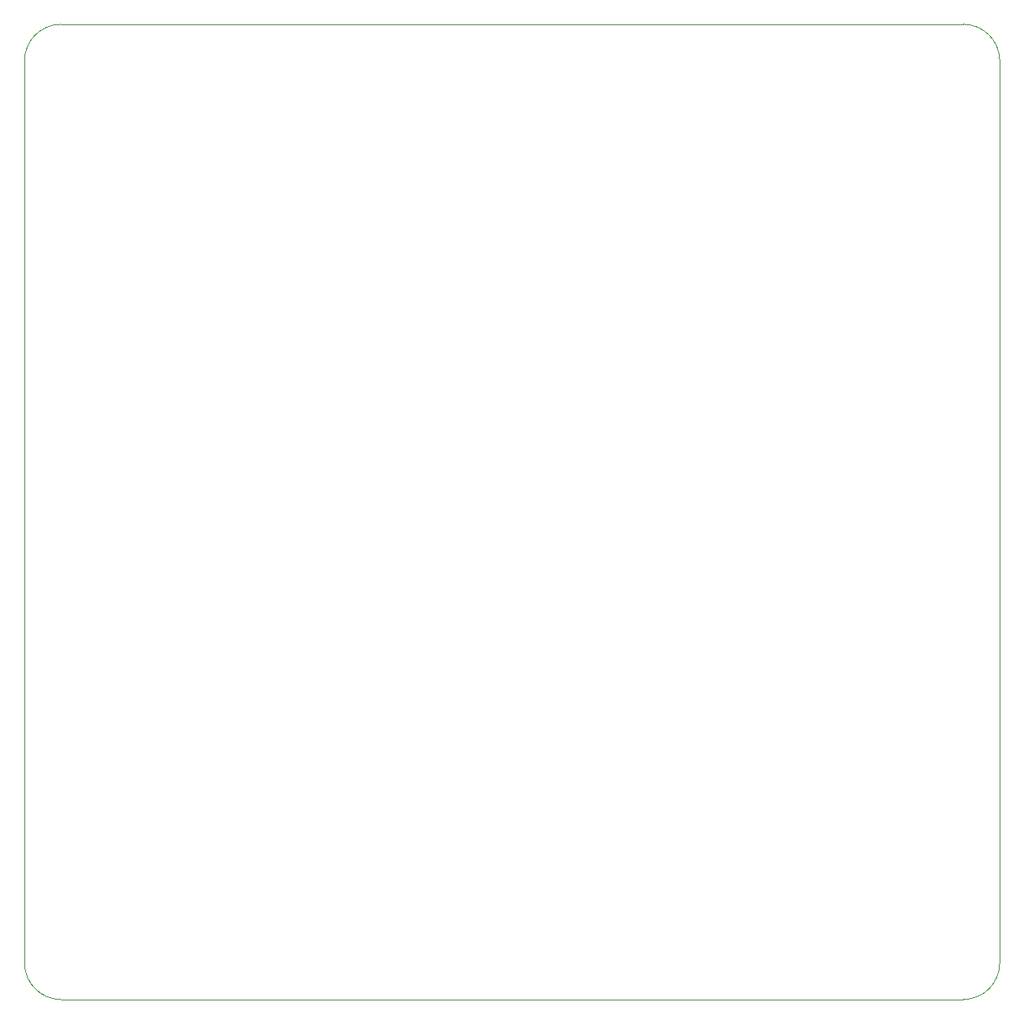
<source format=gbr>
%TF.GenerationSoftware,Altium Limited,Altium Designer,18.1.9 (240)*%
G04 Layer_Color=0*
%FSLAX26Y26*%
%MOIN*%
%TF.FileFunction,Profile,NP*%
%TF.Part,Single*%
G01*
G75*
%TA.AperFunction,Profile*%
%ADD41C,0.001000*%
D41*
X150000Y0D02*
G02*
X0Y150000I0J150000D01*
G01*
Y3850000D01*
D02*
G02*
X150000Y4000000I150000J0D01*
G01*
X3850000D01*
D02*
G02*
X4000000Y3850000I0J-150000D01*
G01*
Y150000D01*
D02*
G02*
X3850000Y0I-150000J0D01*
G01*
X150000D01*
%TF.MD5,cc9e6d7bf398dce412fc72471252ed42*%
M02*

</source>
